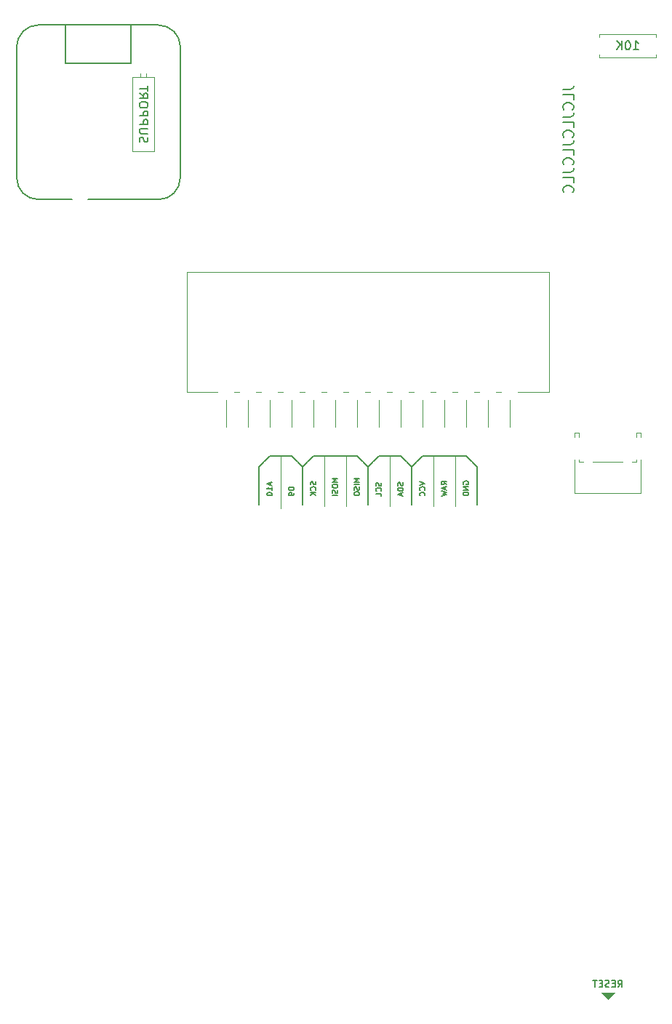
<source format=gbr>
G04 #@! TF.GenerationSoftware,KiCad,Pcbnew,(5.1.9-0-10_14)*
G04 #@! TF.CreationDate,2021-07-17T22:46:38-07:00*
G04 #@! TF.ProjectId,system_advance,73797374-656d-45f6-9164-76616e63652e,1.0-dev0*
G04 #@! TF.SameCoordinates,Original*
G04 #@! TF.FileFunction,Legend,Bot*
G04 #@! TF.FilePolarity,Positive*
%FSLAX46Y46*%
G04 Gerber Fmt 4.6, Leading zero omitted, Abs format (unit mm)*
G04 Created by KiCad (PCBNEW (5.1.9-0-10_14)) date 2021-07-17 22:46:38*
%MOMM*%
%LPD*%
G01*
G04 APERTURE LIST*
%ADD10C,0.100000*%
%ADD11C,0.200000*%
%ADD12C,0.150000*%
%ADD13C,0.120000*%
%ADD14C,0.127000*%
%ADD15C,3.851600*%
%ADD16C,1.851600*%
%ADD17C,0.609600*%
%ADD18O,1.801600X1.801600*%
%ADD19C,1.801600*%
%ADD20C,1.625600*%
%ADD21C,5.501599*%
%ADD22C,2.101600*%
%ADD23C,1.401600*%
%ADD24C,1.701600*%
%ADD25O,1.701600X1.701600*%
%ADD26C,2.201600*%
G04 APERTURE END LIST*
D10*
G36*
X135890000Y-225298000D02*
G01*
X135128000Y-224536000D01*
X136652000Y-224536000D01*
X135890000Y-225298000D01*
G37*
X135890000Y-225298000D02*
X135128000Y-224536000D01*
X136652000Y-224536000D01*
X135890000Y-225298000D01*
D11*
X130633476Y-119402761D02*
X131526333Y-119402761D01*
X131704904Y-119343238D01*
X131823952Y-119224190D01*
X131883476Y-119045619D01*
X131883476Y-118926571D01*
X131883476Y-120593238D02*
X131883476Y-119998000D01*
X130633476Y-119998000D01*
X131764428Y-121724190D02*
X131823952Y-121664666D01*
X131883476Y-121486095D01*
X131883476Y-121367047D01*
X131823952Y-121188476D01*
X131704904Y-121069428D01*
X131585857Y-121009904D01*
X131347761Y-120950380D01*
X131169190Y-120950380D01*
X130931095Y-121009904D01*
X130812047Y-121069428D01*
X130693000Y-121188476D01*
X130633476Y-121367047D01*
X130633476Y-121486095D01*
X130693000Y-121664666D01*
X130752523Y-121724190D01*
X130633476Y-122617047D02*
X131526333Y-122617047D01*
X131704904Y-122557523D01*
X131823952Y-122438476D01*
X131883476Y-122259904D01*
X131883476Y-122140857D01*
X131883476Y-123807523D02*
X131883476Y-123212285D01*
X130633476Y-123212285D01*
X131764428Y-124938476D02*
X131823952Y-124878952D01*
X131883476Y-124700380D01*
X131883476Y-124581333D01*
X131823952Y-124402761D01*
X131704904Y-124283714D01*
X131585857Y-124224190D01*
X131347761Y-124164666D01*
X131169190Y-124164666D01*
X130931095Y-124224190D01*
X130812047Y-124283714D01*
X130693000Y-124402761D01*
X130633476Y-124581333D01*
X130633476Y-124700380D01*
X130693000Y-124878952D01*
X130752523Y-124938476D01*
X130633476Y-125831333D02*
X131526333Y-125831333D01*
X131704904Y-125771809D01*
X131823952Y-125652761D01*
X131883476Y-125474190D01*
X131883476Y-125355142D01*
X131883476Y-127021809D02*
X131883476Y-126426571D01*
X130633476Y-126426571D01*
X131764428Y-128152761D02*
X131823952Y-128093238D01*
X131883476Y-127914666D01*
X131883476Y-127795619D01*
X131823952Y-127617047D01*
X131704904Y-127498000D01*
X131585857Y-127438476D01*
X131347761Y-127378952D01*
X131169190Y-127378952D01*
X130931095Y-127438476D01*
X130812047Y-127498000D01*
X130693000Y-127617047D01*
X130633476Y-127795619D01*
X130633476Y-127914666D01*
X130693000Y-128093238D01*
X130752523Y-128152761D01*
X130633476Y-129045619D02*
X131526333Y-129045619D01*
X131704904Y-128986095D01*
X131823952Y-128867047D01*
X131883476Y-128688476D01*
X131883476Y-128569428D01*
X131883476Y-130236095D02*
X131883476Y-129640857D01*
X130633476Y-129640857D01*
X131764428Y-131367047D02*
X131823952Y-131307523D01*
X131883476Y-131128952D01*
X131883476Y-131009904D01*
X131823952Y-130831333D01*
X131704904Y-130712285D01*
X131585857Y-130652761D01*
X131347761Y-130593238D01*
X131169190Y-130593238D01*
X130931095Y-130652761D01*
X130812047Y-130712285D01*
X130693000Y-130831333D01*
X130633476Y-131009904D01*
X130633476Y-131128952D01*
X130693000Y-131307523D01*
X130752523Y-131367047D01*
D12*
X137051904Y-223881904D02*
X137318571Y-223500952D01*
X137509047Y-223881904D02*
X137509047Y-223081904D01*
X137204285Y-223081904D01*
X137128095Y-223120000D01*
X137090000Y-223158095D01*
X137051904Y-223234285D01*
X137051904Y-223348571D01*
X137090000Y-223424761D01*
X137128095Y-223462857D01*
X137204285Y-223500952D01*
X137509047Y-223500952D01*
X136709047Y-223462857D02*
X136442380Y-223462857D01*
X136328095Y-223881904D02*
X136709047Y-223881904D01*
X136709047Y-223081904D01*
X136328095Y-223081904D01*
X136023333Y-223843809D02*
X135909047Y-223881904D01*
X135718571Y-223881904D01*
X135642380Y-223843809D01*
X135604285Y-223805714D01*
X135566190Y-223729523D01*
X135566190Y-223653333D01*
X135604285Y-223577142D01*
X135642380Y-223539047D01*
X135718571Y-223500952D01*
X135870952Y-223462857D01*
X135947142Y-223424761D01*
X135985238Y-223386666D01*
X136023333Y-223310476D01*
X136023333Y-223234285D01*
X135985238Y-223158095D01*
X135947142Y-223120000D01*
X135870952Y-223081904D01*
X135680476Y-223081904D01*
X135566190Y-223120000D01*
X135223333Y-223462857D02*
X134956666Y-223462857D01*
X134842380Y-223881904D02*
X135223333Y-223881904D01*
X135223333Y-223081904D01*
X134842380Y-223081904D01*
X134613809Y-223081904D02*
X134156666Y-223081904D01*
X134385238Y-223881904D02*
X134385238Y-223081904D01*
D13*
X129030000Y-154624000D02*
X129030000Y-140624000D01*
X129030000Y-154624000D02*
X86870000Y-154624000D01*
X124460000Y-159704000D02*
X124460000Y-154624000D01*
X121920000Y-159704000D02*
X121920000Y-154624000D01*
X119380000Y-159704000D02*
X119380000Y-154624000D01*
X116840000Y-159704000D02*
X116840000Y-154624000D01*
X114300000Y-159704000D02*
X114300000Y-154624000D01*
X111760000Y-159704000D02*
X111760000Y-154624000D01*
X109220000Y-159704000D02*
X109220000Y-154624000D01*
X106680000Y-159704000D02*
X106680000Y-154624000D01*
X104140000Y-159704000D02*
X104140000Y-154624000D01*
X101600000Y-159704000D02*
X101600000Y-154624000D01*
X99060000Y-159704000D02*
X99060000Y-154624000D01*
X96520000Y-159704000D02*
X96520000Y-154624000D01*
X93980000Y-159704000D02*
X93980000Y-154624000D01*
X91440000Y-159704000D02*
X91440000Y-154624000D01*
X86870000Y-154624000D02*
X86870000Y-140624000D01*
X129030000Y-140624000D02*
X86870000Y-140624000D01*
D12*
X120650000Y-163322000D02*
X120650000Y-167767000D01*
X114300000Y-162052000D02*
X119380000Y-162052000D01*
X120650000Y-163322000D02*
X119380000Y-162052000D01*
X95250000Y-163322000D02*
X96520000Y-162052000D01*
X100330000Y-163322000D02*
X99060000Y-162052000D01*
X100330000Y-163322000D02*
X100330000Y-167767000D01*
D10*
X115570000Y-162052000D02*
X115570000Y-167894000D01*
X110490000Y-162052000D02*
X110490000Y-167894000D01*
X105410000Y-162052000D02*
X105410000Y-167894000D01*
X102870000Y-162052000D02*
X102870000Y-167894000D01*
X97790000Y-162052000D02*
X97790000Y-168148000D01*
D12*
X113030000Y-163322000D02*
X114300000Y-162052000D01*
X113030000Y-163322000D02*
X111760000Y-162052000D01*
X109220000Y-162052000D02*
X111760000Y-162052000D01*
X113030000Y-163322000D02*
X113030000Y-167767000D01*
X107950000Y-163322000D02*
X109220000Y-162052000D01*
X107950000Y-163322000D02*
X107950000Y-167767000D01*
X107950000Y-163322000D02*
X106680000Y-162052000D01*
X100330000Y-163322000D02*
X101600000Y-162052000D01*
X101600000Y-162052000D02*
X106680000Y-162052000D01*
X96520000Y-162052000D02*
X99060000Y-162052000D01*
X95250000Y-163322000D02*
X95250000Y-167767000D01*
D10*
X118110000Y-162052000D02*
X118110000Y-167894000D01*
D13*
X80518000Y-126549000D02*
X80518000Y-117919000D01*
X81428000Y-117919000D02*
X81428000Y-117569000D01*
X82148000Y-117919000D02*
X82148000Y-117569000D01*
X83058000Y-126549000D02*
X83058000Y-117919000D01*
X80518000Y-117919000D02*
X83058000Y-117913000D01*
X80518000Y-126549000D02*
X83058000Y-126549000D01*
X134906000Y-115340000D02*
X134906000Y-115670000D01*
X134906000Y-115670000D02*
X141446000Y-115670000D01*
X141446000Y-115670000D02*
X141446000Y-115340000D01*
X134906000Y-113260000D02*
X134906000Y-112930000D01*
X134906000Y-112930000D02*
X141446000Y-112930000D01*
X141446000Y-112930000D02*
X141446000Y-113260000D01*
X132514000Y-162733000D02*
X132514000Y-162503000D01*
X131994000Y-166403000D02*
X139714000Y-166403000D01*
X139714000Y-166403000D02*
X139714000Y-162503000D01*
X131994000Y-159393000D02*
X132514000Y-159393000D01*
X131994000Y-166403000D02*
X131994000Y-162503000D01*
X139194000Y-162733000D02*
X139194000Y-162503000D01*
X132514000Y-159903000D02*
X132514000Y-159393000D01*
X131994000Y-159903000D02*
X131994000Y-159393000D01*
X138654000Y-162733000D02*
X139194000Y-162733000D01*
X139194000Y-159903000D02*
X139194000Y-159393000D01*
X139194000Y-159393000D02*
X139714000Y-159393000D01*
X139714000Y-159903000D02*
X139714000Y-159393000D01*
X132514000Y-162733000D02*
X133054000Y-162733000D01*
X134154000Y-162733000D02*
X137554000Y-162733000D01*
D12*
X69596000Y-132207000D02*
X83566000Y-132207000D01*
X69596000Y-111887000D02*
X83566000Y-111887000D01*
X86106000Y-129667000D02*
X86106000Y-114427000D01*
X67056000Y-129667000D02*
X67056000Y-114427000D01*
X72771000Y-111887000D02*
X72771000Y-116332000D01*
X72771000Y-116332000D02*
X80391000Y-116332000D01*
X80391000Y-116332000D02*
X80391000Y-111887000D01*
X67056000Y-129667000D02*
G75*
G03*
X69596000Y-132207000I2540000J0D01*
G01*
X69596000Y-111887000D02*
G75*
G03*
X67056000Y-114427000I0J-2540000D01*
G01*
X86106000Y-114427000D02*
G75*
G03*
X83566000Y-111887000I-2540000J0D01*
G01*
X83566000Y-132207000D02*
G75*
G03*
X86106000Y-129667000I0J2540000D01*
G01*
D14*
X117127261Y-165404497D02*
X116824880Y-165192830D01*
X117127261Y-165041640D02*
X116492261Y-165041640D01*
X116492261Y-165283545D01*
X116522500Y-165344021D01*
X116552738Y-165374259D01*
X116613214Y-165404497D01*
X116703928Y-165404497D01*
X116764404Y-165374259D01*
X116794642Y-165344021D01*
X116824880Y-165283545D01*
X116824880Y-165041640D01*
X116945833Y-165646402D02*
X116945833Y-165948783D01*
X117127261Y-165585926D02*
X116492261Y-165797592D01*
X117127261Y-166009259D01*
X116492261Y-166160450D02*
X117127261Y-166311640D01*
X116673690Y-166432592D01*
X117127261Y-166553545D01*
X116492261Y-166704735D01*
X96625833Y-165162592D02*
X96625833Y-165464973D01*
X96807261Y-165102116D02*
X96172261Y-165313783D01*
X96807261Y-165525450D01*
X96807261Y-166069735D02*
X96807261Y-165706878D01*
X96807261Y-165888307D02*
X96172261Y-165888307D01*
X96262976Y-165827830D01*
X96323452Y-165767354D01*
X96353690Y-165706878D01*
X96172261Y-166462830D02*
X96172261Y-166523307D01*
X96202500Y-166583783D01*
X96232738Y-166614021D01*
X96293214Y-166644259D01*
X96414166Y-166674497D01*
X96565357Y-166674497D01*
X96686309Y-166644259D01*
X96746785Y-166614021D01*
X96777023Y-166583783D01*
X96807261Y-166523307D01*
X96807261Y-166462830D01*
X96777023Y-166402354D01*
X96746785Y-166372116D01*
X96686309Y-166341878D01*
X96565357Y-166311640D01*
X96414166Y-166311640D01*
X96293214Y-166341878D01*
X96232738Y-166372116D01*
X96202500Y-166402354D01*
X96172261Y-166462830D01*
X99347261Y-165706878D02*
X98712261Y-165706878D01*
X98712261Y-165858069D01*
X98742500Y-165948783D01*
X98802976Y-166009259D01*
X98863452Y-166039497D01*
X98984404Y-166069735D01*
X99075119Y-166069735D01*
X99196071Y-166039497D01*
X99256547Y-166009259D01*
X99317023Y-165948783D01*
X99347261Y-165858069D01*
X99347261Y-165706878D01*
X99347261Y-166372116D02*
X99347261Y-166493069D01*
X99317023Y-166553545D01*
X99286785Y-166583783D01*
X99196071Y-166644259D01*
X99075119Y-166674497D01*
X98833214Y-166674497D01*
X98772738Y-166644259D01*
X98742500Y-166614021D01*
X98712261Y-166553545D01*
X98712261Y-166432592D01*
X98742500Y-166372116D01*
X98772738Y-166341878D01*
X98833214Y-166311640D01*
X98984404Y-166311640D01*
X99044880Y-166341878D01*
X99075119Y-166372116D01*
X99105357Y-166432592D01*
X99105357Y-166553545D01*
X99075119Y-166614021D01*
X99044880Y-166644259D01*
X98984404Y-166674497D01*
X109477023Y-165162592D02*
X109507261Y-165253307D01*
X109507261Y-165404497D01*
X109477023Y-165464973D01*
X109446785Y-165495211D01*
X109386309Y-165525450D01*
X109325833Y-165525450D01*
X109265357Y-165495211D01*
X109235119Y-165464973D01*
X109204880Y-165404497D01*
X109174642Y-165283545D01*
X109144404Y-165223069D01*
X109114166Y-165192830D01*
X109053690Y-165162592D01*
X108993214Y-165162592D01*
X108932738Y-165192830D01*
X108902500Y-165223069D01*
X108872261Y-165283545D01*
X108872261Y-165434735D01*
X108902500Y-165525450D01*
X109446785Y-166160450D02*
X109477023Y-166130211D01*
X109507261Y-166039497D01*
X109507261Y-165979021D01*
X109477023Y-165888307D01*
X109416547Y-165827830D01*
X109356071Y-165797592D01*
X109235119Y-165767354D01*
X109144404Y-165767354D01*
X109023452Y-165797592D01*
X108962976Y-165827830D01*
X108902500Y-165888307D01*
X108872261Y-165979021D01*
X108872261Y-166039497D01*
X108902500Y-166130211D01*
X108932738Y-166160450D01*
X109507261Y-166734973D02*
X109507261Y-166432592D01*
X108872261Y-166432592D01*
X106967261Y-164648545D02*
X106332261Y-164648545D01*
X106785833Y-164860211D01*
X106332261Y-165071878D01*
X106967261Y-165071878D01*
X106967261Y-165374259D02*
X106332261Y-165374259D01*
X106937023Y-165646402D02*
X106967261Y-165737116D01*
X106967261Y-165888307D01*
X106937023Y-165948783D01*
X106906785Y-165979021D01*
X106846309Y-166009259D01*
X106785833Y-166009259D01*
X106725357Y-165979021D01*
X106695119Y-165948783D01*
X106664880Y-165888307D01*
X106634642Y-165767354D01*
X106604404Y-165706878D01*
X106574166Y-165676640D01*
X106513690Y-165646402D01*
X106453214Y-165646402D01*
X106392738Y-165676640D01*
X106362500Y-165706878D01*
X106332261Y-165767354D01*
X106332261Y-165918545D01*
X106362500Y-166009259D01*
X106332261Y-166402354D02*
X106332261Y-166523307D01*
X106362500Y-166583783D01*
X106422976Y-166644259D01*
X106543928Y-166674497D01*
X106755595Y-166674497D01*
X106876547Y-166644259D01*
X106937023Y-166583783D01*
X106967261Y-166523307D01*
X106967261Y-166402354D01*
X106937023Y-166341878D01*
X106876547Y-166281402D01*
X106755595Y-166251164D01*
X106543928Y-166251164D01*
X106422976Y-166281402D01*
X106362500Y-166341878D01*
X106332261Y-166402354D01*
X101857023Y-165041640D02*
X101887261Y-165132354D01*
X101887261Y-165283545D01*
X101857023Y-165344021D01*
X101826785Y-165374259D01*
X101766309Y-165404497D01*
X101705833Y-165404497D01*
X101645357Y-165374259D01*
X101615119Y-165344021D01*
X101584880Y-165283545D01*
X101554642Y-165162592D01*
X101524404Y-165102116D01*
X101494166Y-165071878D01*
X101433690Y-165041640D01*
X101373214Y-165041640D01*
X101312738Y-165071878D01*
X101282500Y-165102116D01*
X101252261Y-165162592D01*
X101252261Y-165313783D01*
X101282500Y-165404497D01*
X101826785Y-166039497D02*
X101857023Y-166009259D01*
X101887261Y-165918545D01*
X101887261Y-165858069D01*
X101857023Y-165767354D01*
X101796547Y-165706878D01*
X101736071Y-165676640D01*
X101615119Y-165646402D01*
X101524404Y-165646402D01*
X101403452Y-165676640D01*
X101342976Y-165706878D01*
X101282500Y-165767354D01*
X101252261Y-165858069D01*
X101252261Y-165918545D01*
X101282500Y-166009259D01*
X101312738Y-166039497D01*
X101887261Y-166311640D02*
X101252261Y-166311640D01*
X101887261Y-166674497D02*
X101524404Y-166402354D01*
X101252261Y-166674497D02*
X101615119Y-166311640D01*
X113952261Y-165041640D02*
X114587261Y-165253307D01*
X113952261Y-165464973D01*
X114526785Y-166039497D02*
X114557023Y-166009259D01*
X114587261Y-165918545D01*
X114587261Y-165858069D01*
X114557023Y-165767354D01*
X114496547Y-165706878D01*
X114436071Y-165676640D01*
X114315119Y-165646402D01*
X114224404Y-165646402D01*
X114103452Y-165676640D01*
X114042976Y-165706878D01*
X113982500Y-165767354D01*
X113952261Y-165858069D01*
X113952261Y-165918545D01*
X113982500Y-166009259D01*
X114012738Y-166039497D01*
X114526785Y-166674497D02*
X114557023Y-166644259D01*
X114587261Y-166553545D01*
X114587261Y-166493069D01*
X114557023Y-166402354D01*
X114496547Y-166341878D01*
X114436071Y-166311640D01*
X114315119Y-166281402D01*
X114224404Y-166281402D01*
X114103452Y-166311640D01*
X114042976Y-166341878D01*
X113982500Y-166402354D01*
X113952261Y-166493069D01*
X113952261Y-166553545D01*
X113982500Y-166644259D01*
X114012738Y-166674497D01*
X104427261Y-164648545D02*
X103792261Y-164648545D01*
X104245833Y-164860211D01*
X103792261Y-165071878D01*
X104427261Y-165071878D01*
X103792261Y-165495211D02*
X103792261Y-165616164D01*
X103822500Y-165676640D01*
X103882976Y-165737116D01*
X104003928Y-165767354D01*
X104215595Y-165767354D01*
X104336547Y-165737116D01*
X104397023Y-165676640D01*
X104427261Y-165616164D01*
X104427261Y-165495211D01*
X104397023Y-165434735D01*
X104336547Y-165374259D01*
X104215595Y-165344021D01*
X104003928Y-165344021D01*
X103882976Y-165374259D01*
X103822500Y-165434735D01*
X103792261Y-165495211D01*
X104397023Y-166009259D02*
X104427261Y-166099973D01*
X104427261Y-166251164D01*
X104397023Y-166311640D01*
X104366785Y-166341878D01*
X104306309Y-166372116D01*
X104245833Y-166372116D01*
X104185357Y-166341878D01*
X104155119Y-166311640D01*
X104124880Y-166251164D01*
X104094642Y-166130211D01*
X104064404Y-166069735D01*
X104034166Y-166039497D01*
X103973690Y-166009259D01*
X103913214Y-166009259D01*
X103852738Y-166039497D01*
X103822500Y-166069735D01*
X103792261Y-166130211D01*
X103792261Y-166281402D01*
X103822500Y-166372116D01*
X104427261Y-166644259D02*
X103792261Y-166644259D01*
X112017023Y-165132354D02*
X112047261Y-165223069D01*
X112047261Y-165374259D01*
X112017023Y-165434735D01*
X111986785Y-165464973D01*
X111926309Y-165495211D01*
X111865833Y-165495211D01*
X111805357Y-165464973D01*
X111775119Y-165434735D01*
X111744880Y-165374259D01*
X111714642Y-165253307D01*
X111684404Y-165192830D01*
X111654166Y-165162592D01*
X111593690Y-165132354D01*
X111533214Y-165132354D01*
X111472738Y-165162592D01*
X111442500Y-165192830D01*
X111412261Y-165253307D01*
X111412261Y-165404497D01*
X111442500Y-165495211D01*
X112047261Y-165767354D02*
X111412261Y-165767354D01*
X111412261Y-165918545D01*
X111442500Y-166009259D01*
X111502976Y-166069735D01*
X111563452Y-166099973D01*
X111684404Y-166130211D01*
X111775119Y-166130211D01*
X111896071Y-166099973D01*
X111956547Y-166069735D01*
X112017023Y-166009259D01*
X112047261Y-165918545D01*
X112047261Y-165767354D01*
X111865833Y-166372116D02*
X111865833Y-166674497D01*
X112047261Y-166311640D02*
X111412261Y-166523307D01*
X112047261Y-166734973D01*
X119062500Y-165344021D02*
X119032261Y-165283545D01*
X119032261Y-165192830D01*
X119062500Y-165102116D01*
X119122976Y-165041640D01*
X119183452Y-165011402D01*
X119304404Y-164981164D01*
X119395119Y-164981164D01*
X119516071Y-165011402D01*
X119576547Y-165041640D01*
X119637023Y-165102116D01*
X119667261Y-165192830D01*
X119667261Y-165253307D01*
X119637023Y-165344021D01*
X119606785Y-165374259D01*
X119395119Y-165374259D01*
X119395119Y-165253307D01*
X119667261Y-165646402D02*
X119032261Y-165646402D01*
X119667261Y-166009259D01*
X119032261Y-166009259D01*
X119667261Y-166311640D02*
X119032261Y-166311640D01*
X119032261Y-166462830D01*
X119062500Y-166553545D01*
X119122976Y-166614021D01*
X119183452Y-166644259D01*
X119304404Y-166674497D01*
X119395119Y-166674497D01*
X119516071Y-166644259D01*
X119576547Y-166614021D01*
X119637023Y-166553545D01*
X119667261Y-166462830D01*
X119667261Y-166311640D01*
D12*
X81383238Y-125515285D02*
X81335619Y-125372428D01*
X81335619Y-125134333D01*
X81383238Y-125039095D01*
X81430857Y-124991476D01*
X81526095Y-124943857D01*
X81621333Y-124943857D01*
X81716571Y-124991476D01*
X81764190Y-125039095D01*
X81811809Y-125134333D01*
X81859428Y-125324809D01*
X81907047Y-125420047D01*
X81954666Y-125467666D01*
X82049904Y-125515285D01*
X82145142Y-125515285D01*
X82240380Y-125467666D01*
X82288000Y-125420047D01*
X82335619Y-125324809D01*
X82335619Y-125086714D01*
X82288000Y-124943857D01*
X82335619Y-124515285D02*
X81526095Y-124515285D01*
X81430857Y-124467666D01*
X81383238Y-124420047D01*
X81335619Y-124324809D01*
X81335619Y-124134333D01*
X81383238Y-124039095D01*
X81430857Y-123991476D01*
X81526095Y-123943857D01*
X82335619Y-123943857D01*
X81335619Y-123467666D02*
X82335619Y-123467666D01*
X82335619Y-123086714D01*
X82288000Y-122991476D01*
X82240380Y-122943857D01*
X82145142Y-122896238D01*
X82002285Y-122896238D01*
X81907047Y-122943857D01*
X81859428Y-122991476D01*
X81811809Y-123086714D01*
X81811809Y-123467666D01*
X81335619Y-122467666D02*
X82335619Y-122467666D01*
X82335619Y-122086714D01*
X82288000Y-121991476D01*
X82240380Y-121943857D01*
X82145142Y-121896238D01*
X82002285Y-121896238D01*
X81907047Y-121943857D01*
X81859428Y-121991476D01*
X81811809Y-122086714D01*
X81811809Y-122467666D01*
X82335619Y-121277190D02*
X82335619Y-121086714D01*
X82288000Y-120991476D01*
X82192761Y-120896238D01*
X82002285Y-120848619D01*
X81668952Y-120848619D01*
X81478476Y-120896238D01*
X81383238Y-120991476D01*
X81335619Y-121086714D01*
X81335619Y-121277190D01*
X81383238Y-121372428D01*
X81478476Y-121467666D01*
X81668952Y-121515285D01*
X82002285Y-121515285D01*
X82192761Y-121467666D01*
X82288000Y-121372428D01*
X82335619Y-121277190D01*
X81335619Y-119848619D02*
X81811809Y-120181952D01*
X81335619Y-120420047D02*
X82335619Y-120420047D01*
X82335619Y-120039095D01*
X82288000Y-119943857D01*
X82240380Y-119896238D01*
X82145142Y-119848619D01*
X82002285Y-119848619D01*
X81907047Y-119896238D01*
X81859428Y-119943857D01*
X81811809Y-120039095D01*
X81811809Y-120420047D01*
X82335619Y-119562904D02*
X82335619Y-118991476D01*
X81335619Y-119277190D02*
X82335619Y-119277190D01*
X138866476Y-114752380D02*
X139437904Y-114752380D01*
X139152190Y-114752380D02*
X139152190Y-113752380D01*
X139247428Y-113895238D01*
X139342666Y-113990476D01*
X139437904Y-114038095D01*
X138247428Y-113752380D02*
X138152190Y-113752380D01*
X138056952Y-113800000D01*
X138009333Y-113847619D01*
X137961714Y-113942857D01*
X137914095Y-114133333D01*
X137914095Y-114371428D01*
X137961714Y-114561904D01*
X138009333Y-114657142D01*
X138056952Y-114704761D01*
X138152190Y-114752380D01*
X138247428Y-114752380D01*
X138342666Y-114704761D01*
X138390285Y-114657142D01*
X138437904Y-114561904D01*
X138485523Y-114371428D01*
X138485523Y-114133333D01*
X138437904Y-113942857D01*
X138390285Y-113847619D01*
X138342666Y-113800000D01*
X138247428Y-113752380D01*
X137485523Y-114752380D02*
X137485523Y-113752380D01*
X136914095Y-114752380D02*
X137342666Y-114180952D01*
X136914095Y-113752380D02*
X137485523Y-114323809D01*
%LPC*%
D10*
G36*
X77597000Y-173736000D02*
G01*
X76200000Y-173482000D01*
X75438000Y-170815000D01*
X77597000Y-173736000D01*
G37*
X77597000Y-173736000D02*
X76200000Y-173482000D01*
X75438000Y-170815000D01*
X77597000Y-173736000D01*
G36*
X76581000Y-173228000D02*
G01*
X77343000Y-175895000D01*
X75184000Y-172974000D01*
X76581000Y-173228000D01*
G37*
X76581000Y-173228000D02*
X77343000Y-175895000D01*
X75184000Y-172974000D01*
X76581000Y-173228000D01*
D15*
X62103000Y-59309000D03*
X153797000Y-59309000D03*
X70002400Y-106172000D03*
X145897600Y-106172000D03*
D16*
X124460000Y-154624000D03*
X121920000Y-154624000D03*
X119380000Y-154624000D03*
X116840000Y-154624000D03*
X114300000Y-154624000D03*
X111760000Y-154624000D03*
X109220000Y-154624000D03*
X106680000Y-154624000D03*
X104140000Y-154624000D03*
X101600000Y-154624000D03*
X99060000Y-154624000D03*
X96520000Y-154624000D03*
X93980000Y-154624000D03*
X91440000Y-154624000D03*
X91440000Y-159704000D03*
X93980000Y-159704000D03*
X96520000Y-159704000D03*
X99060000Y-159704000D03*
X101600000Y-159704000D03*
X104140000Y-159704000D03*
X124460000Y-159704000D03*
X121920000Y-159704000D03*
X119380000Y-159704000D03*
X116840000Y-159704000D03*
X114300000Y-159704000D03*
X111760000Y-159704000D03*
X106680000Y-159704000D03*
X109220000Y-159704000D03*
D15*
X145897600Y-223012000D03*
X70002400Y-223012000D03*
X153797000Y-176149000D03*
D17*
X75057000Y-169926000D03*
X74168000Y-169926000D03*
X73279000Y-169926000D03*
X75057000Y-167894000D03*
X73279000Y-167894000D03*
X74168000Y-167894000D03*
X141732000Y-167894000D03*
X140843000Y-167894000D03*
X142621000Y-167894000D03*
X140843000Y-169926000D03*
X141732000Y-169926000D03*
X142621000Y-169926000D03*
X142621000Y-111506000D03*
X141732000Y-111506000D03*
X140843000Y-111506000D03*
X142621000Y-109474000D03*
X140843000Y-109474000D03*
X141732000Y-109474000D03*
D18*
X116840000Y-163449000D03*
X101600000Y-163449000D03*
X99060000Y-163449000D03*
X96520000Y-163449000D03*
X119380000Y-163449000D03*
D19*
X104140000Y-163449000D03*
D18*
X114300000Y-163449000D03*
X111760000Y-163449000D03*
X109220000Y-163449000D03*
D19*
X106680000Y-163449000D03*
D20*
X78282800Y-163703000D03*
X80772000Y-163703000D03*
X83261200Y-163703000D03*
D21*
X62103000Y-117729000D03*
D18*
X81788000Y-116459000D03*
D21*
X70002400Y-164592000D03*
X153797000Y-117729000D03*
G36*
G01*
X60301749Y-153222856D02*
X60301749Y-153222856D01*
G75*
G02*
X58749597Y-153712248I-1020772J531380D01*
G01*
X58749597Y-153712248D01*
G75*
G02*
X58260205Y-152160096I531380J1020772D01*
G01*
X58260205Y-152160096D01*
G75*
G02*
X59812357Y-151670704I1020772J-531380D01*
G01*
X59812357Y-151670704D01*
G75*
G02*
X60301749Y-153222856I-531380J-1020772D01*
G01*
G37*
G36*
G01*
X67568695Y-155765669D02*
X66552848Y-157717092D01*
G75*
G02*
X66484331Y-157738695I-45060J23457D01*
G01*
X64532908Y-156722848D01*
G75*
G02*
X64511305Y-156654331I23457J45060D01*
G01*
X65527152Y-154702908D01*
G75*
G02*
X65595669Y-154681305I45060J-23457D01*
G01*
X67547092Y-155697152D01*
G75*
G02*
X67568695Y-155765669I-23457J-45060D01*
G01*
G37*
G36*
G01*
X60301749Y-158556856D02*
X60301749Y-158556856D01*
G75*
G02*
X58749597Y-159046248I-1020772J531380D01*
G01*
X58749597Y-159046248D01*
G75*
G02*
X58260205Y-157494096I531380J1020772D01*
G01*
X58260205Y-157494096D01*
G75*
G02*
X59812357Y-157004704I1020772J-531380D01*
G01*
X59812357Y-157004704D01*
G75*
G02*
X60301749Y-158556856I-531380J-1020772D01*
G01*
G37*
G36*
G01*
X67568695Y-161099669D02*
X66552848Y-163051092D01*
G75*
G02*
X66484331Y-163072695I-45060J23457D01*
G01*
X64532908Y-162056848D01*
G75*
G02*
X64511305Y-161988331I23457J45060D01*
G01*
X65527152Y-160036908D01*
G75*
G02*
X65595669Y-160015305I45060J-23457D01*
G01*
X67547092Y-161031152D01*
G75*
G02*
X67568695Y-161099669I-23457J-45060D01*
G01*
G37*
D19*
X74450000Y-147320000D03*
X74450000Y-144780000D03*
X74450000Y-142240000D03*
X74450000Y-139700000D03*
X74450000Y-137160000D03*
X74450000Y-134620000D03*
X74450000Y-132080000D03*
D22*
X150550000Y-142875000D03*
X146050000Y-142875000D03*
X150550000Y-136375000D03*
X146050000Y-136375000D03*
X160329000Y-137922000D03*
X155829000Y-137922000D03*
X160329000Y-131422000D03*
X155829000Y-131422000D03*
X63464000Y-133298000D03*
X58964000Y-133298000D03*
X63464000Y-126798000D03*
X58964000Y-126798000D03*
X58964000Y-141022000D03*
X63464000Y-141022000D03*
X58964000Y-147522000D03*
X63464000Y-147522000D03*
X56352000Y-140410000D03*
X51852000Y-140410000D03*
X56352000Y-133910000D03*
X51852000Y-133910000D03*
X66076000Y-133910000D03*
X70576000Y-133910000D03*
X66076000Y-140410000D03*
X70576000Y-140410000D03*
D23*
X151892000Y-158115000D03*
X149638992Y-159287841D03*
X154145008Y-156942159D03*
D15*
X62103000Y-176149000D03*
D17*
X74168000Y-109474000D03*
X73279000Y-109474000D03*
X75057000Y-109474000D03*
X73279000Y-111506000D03*
X74168000Y-111506000D03*
X75057000Y-111506000D03*
D21*
X145897600Y-164592000D03*
D16*
X164298000Y-152273000D03*
X159298000Y-152273000D03*
D24*
X134366000Y-114300000D03*
D25*
X141986000Y-114300000D03*
D26*
X139364000Y-161213000D03*
D16*
X138104000Y-163703000D03*
X133604000Y-163703000D03*
D26*
X132354000Y-161213000D03*
D19*
X69596000Y-123317000D03*
X69596000Y-120777000D03*
X69596000Y-125857000D03*
X69596000Y-118237000D03*
M02*

</source>
